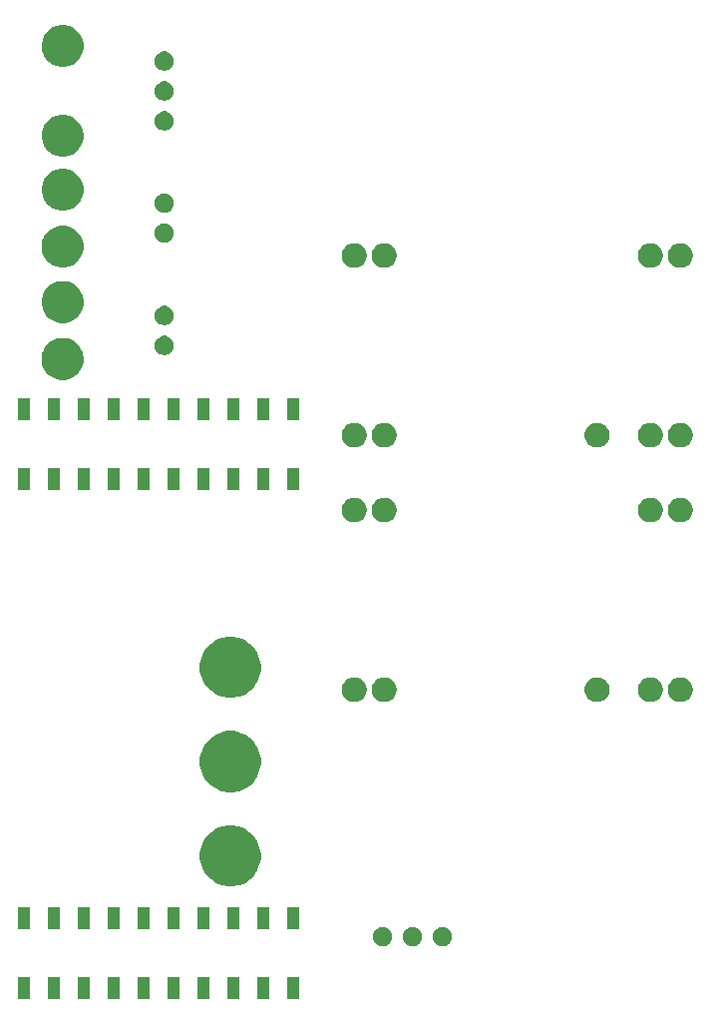
<source format=gbr>
G04 #@! TF.GenerationSoftware,KiCad,Pcbnew,(5.0.0)*
G04 #@! TF.CreationDate,2018-12-18T18:47:31-06:00*
G04 #@! TF.ProjectId,LightingBoard_Hardware,4C69676874696E67426F6172645F4861,rev?*
G04 #@! TF.SameCoordinates,Original*
G04 #@! TF.FileFunction,Soldermask,Bot*
G04 #@! TF.FilePolarity,Negative*
%FSLAX46Y46*%
G04 Gerber Fmt 4.6, Leading zero omitted, Abs format (unit mm)*
G04 Created by KiCad (PCBNEW (5.0.0)) date 12/18/18 18:47:31*
%MOMM*%
%LPD*%
G01*
G04 APERTURE LIST*
%ADD10C,0.100000*%
G04 APERTURE END LIST*
D10*
G36*
X103314301Y-124916401D02*
X102221701Y-124916401D01*
X102221701Y-123036401D01*
X103314301Y-123036401D01*
X103314301Y-124916401D01*
X103314301Y-124916401D01*
G37*
G36*
X123634301Y-124916401D02*
X122541701Y-124916401D01*
X122541701Y-123036401D01*
X123634301Y-123036401D01*
X123634301Y-124916401D01*
X123634301Y-124916401D01*
G37*
G36*
X126174301Y-124916401D02*
X125081701Y-124916401D01*
X125081701Y-123036401D01*
X126174301Y-123036401D01*
X126174301Y-124916401D01*
X126174301Y-124916401D01*
G37*
G36*
X121094301Y-124916401D02*
X120001701Y-124916401D01*
X120001701Y-123036401D01*
X121094301Y-123036401D01*
X121094301Y-124916401D01*
X121094301Y-124916401D01*
G37*
G36*
X118554301Y-124916401D02*
X117461701Y-124916401D01*
X117461701Y-123036401D01*
X118554301Y-123036401D01*
X118554301Y-124916401D01*
X118554301Y-124916401D01*
G37*
G36*
X116014301Y-124916401D02*
X114921701Y-124916401D01*
X114921701Y-123036401D01*
X116014301Y-123036401D01*
X116014301Y-124916401D01*
X116014301Y-124916401D01*
G37*
G36*
X113474301Y-124916401D02*
X112381701Y-124916401D01*
X112381701Y-123036401D01*
X113474301Y-123036401D01*
X113474301Y-124916401D01*
X113474301Y-124916401D01*
G37*
G36*
X110934301Y-124916401D02*
X109841701Y-124916401D01*
X109841701Y-123036401D01*
X110934301Y-123036401D01*
X110934301Y-124916401D01*
X110934301Y-124916401D01*
G37*
G36*
X108394301Y-124916401D02*
X107301701Y-124916401D01*
X107301701Y-123036401D01*
X108394301Y-123036401D01*
X108394301Y-124916401D01*
X108394301Y-124916401D01*
G37*
G36*
X105854301Y-124916401D02*
X104761701Y-124916401D01*
X104761701Y-123036401D01*
X105854301Y-123036401D01*
X105854301Y-124916401D01*
X105854301Y-124916401D01*
G37*
G36*
X136000142Y-118852242D02*
X136148102Y-118913530D01*
X136281258Y-119002502D01*
X136394498Y-119115742D01*
X136483470Y-119248898D01*
X136544758Y-119396858D01*
X136576000Y-119553925D01*
X136576000Y-119714075D01*
X136544758Y-119871142D01*
X136483470Y-120019102D01*
X136394498Y-120152258D01*
X136281258Y-120265498D01*
X136148102Y-120354470D01*
X136000142Y-120415758D01*
X135843075Y-120447000D01*
X135682925Y-120447000D01*
X135525858Y-120415758D01*
X135377898Y-120354470D01*
X135244742Y-120265498D01*
X135131502Y-120152258D01*
X135042530Y-120019102D01*
X134981242Y-119871142D01*
X134950000Y-119714075D01*
X134950000Y-119553925D01*
X134981242Y-119396858D01*
X135042530Y-119248898D01*
X135131502Y-119115742D01*
X135244742Y-119002502D01*
X135377898Y-118913530D01*
X135525858Y-118852242D01*
X135682925Y-118821000D01*
X135843075Y-118821000D01*
X136000142Y-118852242D01*
X136000142Y-118852242D01*
G37*
G36*
X138540142Y-118852242D02*
X138688102Y-118913530D01*
X138821258Y-119002502D01*
X138934498Y-119115742D01*
X139023470Y-119248898D01*
X139084758Y-119396858D01*
X139116000Y-119553925D01*
X139116000Y-119714075D01*
X139084758Y-119871142D01*
X139023470Y-120019102D01*
X138934498Y-120152258D01*
X138821258Y-120265498D01*
X138688102Y-120354470D01*
X138540142Y-120415758D01*
X138383075Y-120447000D01*
X138222925Y-120447000D01*
X138065858Y-120415758D01*
X137917898Y-120354470D01*
X137784742Y-120265498D01*
X137671502Y-120152258D01*
X137582530Y-120019102D01*
X137521242Y-119871142D01*
X137490000Y-119714075D01*
X137490000Y-119553925D01*
X137521242Y-119396858D01*
X137582530Y-119248898D01*
X137671502Y-119115742D01*
X137784742Y-119002502D01*
X137917898Y-118913530D01*
X138065858Y-118852242D01*
X138222925Y-118821000D01*
X138383075Y-118821000D01*
X138540142Y-118852242D01*
X138540142Y-118852242D01*
G37*
G36*
X133460142Y-118852242D02*
X133608102Y-118913530D01*
X133741258Y-119002502D01*
X133854498Y-119115742D01*
X133943470Y-119248898D01*
X134004758Y-119396858D01*
X134036000Y-119553925D01*
X134036000Y-119714075D01*
X134004758Y-119871142D01*
X133943470Y-120019102D01*
X133854498Y-120152258D01*
X133741258Y-120265498D01*
X133608102Y-120354470D01*
X133460142Y-120415758D01*
X133303075Y-120447000D01*
X133142925Y-120447000D01*
X132985858Y-120415758D01*
X132837898Y-120354470D01*
X132704742Y-120265498D01*
X132591502Y-120152258D01*
X132502530Y-120019102D01*
X132441242Y-119871142D01*
X132410000Y-119714075D01*
X132410000Y-119553925D01*
X132441242Y-119396858D01*
X132502530Y-119248898D01*
X132591502Y-119115742D01*
X132704742Y-119002502D01*
X132837898Y-118913530D01*
X132985858Y-118852242D01*
X133142925Y-118821000D01*
X133303075Y-118821000D01*
X133460142Y-118852242D01*
X133460142Y-118852242D01*
G37*
G36*
X121094301Y-119023601D02*
X120001701Y-119023601D01*
X120001701Y-117143601D01*
X121094301Y-117143601D01*
X121094301Y-119023601D01*
X121094301Y-119023601D01*
G37*
G36*
X126174301Y-119023601D02*
X125081701Y-119023601D01*
X125081701Y-117143601D01*
X126174301Y-117143601D01*
X126174301Y-119023601D01*
X126174301Y-119023601D01*
G37*
G36*
X123634301Y-119023601D02*
X122541701Y-119023601D01*
X122541701Y-117143601D01*
X123634301Y-117143601D01*
X123634301Y-119023601D01*
X123634301Y-119023601D01*
G37*
G36*
X118554301Y-119023601D02*
X117461701Y-119023601D01*
X117461701Y-117143601D01*
X118554301Y-117143601D01*
X118554301Y-119023601D01*
X118554301Y-119023601D01*
G37*
G36*
X116014301Y-119023601D02*
X114921701Y-119023601D01*
X114921701Y-117143601D01*
X116014301Y-117143601D01*
X116014301Y-119023601D01*
X116014301Y-119023601D01*
G37*
G36*
X110934301Y-119023601D02*
X109841701Y-119023601D01*
X109841701Y-117143601D01*
X110934301Y-117143601D01*
X110934301Y-119023601D01*
X110934301Y-119023601D01*
G37*
G36*
X103314301Y-119023601D02*
X102221701Y-119023601D01*
X102221701Y-117143601D01*
X103314301Y-117143601D01*
X103314301Y-119023601D01*
X103314301Y-119023601D01*
G37*
G36*
X108394301Y-119023601D02*
X107301701Y-119023601D01*
X107301701Y-117143601D01*
X108394301Y-117143601D01*
X108394301Y-119023601D01*
X108394301Y-119023601D01*
G37*
G36*
X105854301Y-119023601D02*
X104761701Y-119023601D01*
X104761701Y-117143601D01*
X105854301Y-117143601D01*
X105854301Y-119023601D01*
X105854301Y-119023601D01*
G37*
G36*
X113474301Y-119023601D02*
X112381701Y-119023601D01*
X112381701Y-117143601D01*
X113474301Y-117143601D01*
X113474301Y-119023601D01*
X113474301Y-119023601D01*
G37*
G36*
X120883308Y-110250380D02*
X121050167Y-110283570D01*
X121521699Y-110478885D01*
X121943203Y-110760526D01*
X121946069Y-110762441D01*
X122306959Y-111123331D01*
X122306961Y-111123334D01*
X122590515Y-111547701D01*
X122785830Y-112019233D01*
X122885400Y-112519809D01*
X122885400Y-113030191D01*
X122785830Y-113530767D01*
X122590515Y-114002299D01*
X122308874Y-114423803D01*
X122306959Y-114426669D01*
X121946069Y-114787559D01*
X121946066Y-114787561D01*
X121521699Y-115071115D01*
X121050167Y-115266430D01*
X120883308Y-115299620D01*
X120549593Y-115366000D01*
X120039207Y-115366000D01*
X119705492Y-115299620D01*
X119538633Y-115266430D01*
X119067101Y-115071115D01*
X118642734Y-114787561D01*
X118642731Y-114787559D01*
X118281841Y-114426669D01*
X118279926Y-114423803D01*
X117998285Y-114002299D01*
X117802970Y-113530767D01*
X117703400Y-113030191D01*
X117703400Y-112519809D01*
X117802970Y-112019233D01*
X117998285Y-111547701D01*
X118281839Y-111123334D01*
X118281841Y-111123331D01*
X118642731Y-110762441D01*
X118645597Y-110760526D01*
X119067101Y-110478885D01*
X119538633Y-110283570D01*
X119705492Y-110250380D01*
X120039207Y-110184000D01*
X120549593Y-110184000D01*
X120883308Y-110250380D01*
X120883308Y-110250380D01*
G37*
G36*
X120883308Y-102251380D02*
X121050167Y-102284570D01*
X121521699Y-102479885D01*
X121943203Y-102761526D01*
X121946069Y-102763441D01*
X122306959Y-103124331D01*
X122306961Y-103124334D01*
X122590515Y-103548701D01*
X122785830Y-104020233D01*
X122885400Y-104520809D01*
X122885400Y-105031191D01*
X122785830Y-105531767D01*
X122590515Y-106003299D01*
X122308874Y-106424803D01*
X122306959Y-106427669D01*
X121946069Y-106788559D01*
X121946066Y-106788561D01*
X121521699Y-107072115D01*
X121050167Y-107267430D01*
X120883308Y-107300620D01*
X120549593Y-107367000D01*
X120039207Y-107367000D01*
X119705492Y-107300620D01*
X119538633Y-107267430D01*
X119067101Y-107072115D01*
X118642734Y-106788561D01*
X118642731Y-106788559D01*
X118281841Y-106427669D01*
X118279926Y-106424803D01*
X117998285Y-106003299D01*
X117802970Y-105531767D01*
X117703400Y-105031191D01*
X117703400Y-104520809D01*
X117802970Y-104020233D01*
X117998285Y-103548701D01*
X118281839Y-103124334D01*
X118281841Y-103124331D01*
X118642731Y-102763441D01*
X118645597Y-102761526D01*
X119067101Y-102479885D01*
X119538633Y-102284570D01*
X119705492Y-102251380D01*
X120039207Y-102185000D01*
X120549593Y-102185000D01*
X120883308Y-102251380D01*
X120883308Y-102251380D01*
G37*
G36*
X151722565Y-97668389D02*
X151913834Y-97747615D01*
X152085976Y-97862637D01*
X152232363Y-98009024D01*
X152347385Y-98181166D01*
X152426611Y-98372435D01*
X152467000Y-98575484D01*
X152467000Y-98782516D01*
X152426611Y-98985565D01*
X152347385Y-99176834D01*
X152232363Y-99348976D01*
X152085976Y-99495363D01*
X151913834Y-99610385D01*
X151722565Y-99689611D01*
X151519516Y-99730000D01*
X151312484Y-99730000D01*
X151109435Y-99689611D01*
X150918166Y-99610385D01*
X150746024Y-99495363D01*
X150599637Y-99348976D01*
X150484615Y-99176834D01*
X150405389Y-98985565D01*
X150365000Y-98782516D01*
X150365000Y-98575484D01*
X150405389Y-98372435D01*
X150484615Y-98181166D01*
X150599637Y-98009024D01*
X150746024Y-97862637D01*
X150918166Y-97747615D01*
X151109435Y-97668389D01*
X151312484Y-97628000D01*
X151519516Y-97628000D01*
X151722565Y-97668389D01*
X151722565Y-97668389D01*
G37*
G36*
X133656565Y-97668389D02*
X133847834Y-97747615D01*
X134019976Y-97862637D01*
X134166363Y-98009024D01*
X134281385Y-98181166D01*
X134360611Y-98372435D01*
X134401000Y-98575484D01*
X134401000Y-98782516D01*
X134360611Y-98985565D01*
X134281385Y-99176834D01*
X134166363Y-99348976D01*
X134019976Y-99495363D01*
X133847834Y-99610385D01*
X133656565Y-99689611D01*
X133453516Y-99730000D01*
X133246484Y-99730000D01*
X133043435Y-99689611D01*
X132852166Y-99610385D01*
X132680024Y-99495363D01*
X132533637Y-99348976D01*
X132418615Y-99176834D01*
X132339389Y-98985565D01*
X132299000Y-98782516D01*
X132299000Y-98575484D01*
X132339389Y-98372435D01*
X132418615Y-98181166D01*
X132533637Y-98009024D01*
X132680024Y-97862637D01*
X132852166Y-97747615D01*
X133043435Y-97668389D01*
X133246484Y-97628000D01*
X133453516Y-97628000D01*
X133656565Y-97668389D01*
X133656565Y-97668389D01*
G37*
G36*
X131116565Y-97668389D02*
X131307834Y-97747615D01*
X131479976Y-97862637D01*
X131626363Y-98009024D01*
X131741385Y-98181166D01*
X131820611Y-98372435D01*
X131861000Y-98575484D01*
X131861000Y-98782516D01*
X131820611Y-98985565D01*
X131741385Y-99176834D01*
X131626363Y-99348976D01*
X131479976Y-99495363D01*
X131307834Y-99610385D01*
X131116565Y-99689611D01*
X130913516Y-99730000D01*
X130706484Y-99730000D01*
X130503435Y-99689611D01*
X130312166Y-99610385D01*
X130140024Y-99495363D01*
X129993637Y-99348976D01*
X129878615Y-99176834D01*
X129799389Y-98985565D01*
X129759000Y-98782516D01*
X129759000Y-98575484D01*
X129799389Y-98372435D01*
X129878615Y-98181166D01*
X129993637Y-98009024D01*
X130140024Y-97862637D01*
X130312166Y-97747615D01*
X130503435Y-97668389D01*
X130706484Y-97628000D01*
X130913516Y-97628000D01*
X131116565Y-97668389D01*
X131116565Y-97668389D01*
G37*
G36*
X156262565Y-97668389D02*
X156453834Y-97747615D01*
X156625976Y-97862637D01*
X156772363Y-98009024D01*
X156887385Y-98181166D01*
X156966611Y-98372435D01*
X157007000Y-98575484D01*
X157007000Y-98782516D01*
X156966611Y-98985565D01*
X156887385Y-99176834D01*
X156772363Y-99348976D01*
X156625976Y-99495363D01*
X156453834Y-99610385D01*
X156262565Y-99689611D01*
X156059516Y-99730000D01*
X155852484Y-99730000D01*
X155649435Y-99689611D01*
X155458166Y-99610385D01*
X155286024Y-99495363D01*
X155139637Y-99348976D01*
X155024615Y-99176834D01*
X154945389Y-98985565D01*
X154905000Y-98782516D01*
X154905000Y-98575484D01*
X154945389Y-98372435D01*
X155024615Y-98181166D01*
X155139637Y-98009024D01*
X155286024Y-97862637D01*
X155458166Y-97747615D01*
X155649435Y-97668389D01*
X155852484Y-97628000D01*
X156059516Y-97628000D01*
X156262565Y-97668389D01*
X156262565Y-97668389D01*
G37*
G36*
X158802565Y-97668389D02*
X158993834Y-97747615D01*
X159165976Y-97862637D01*
X159312363Y-98009024D01*
X159427385Y-98181166D01*
X159506611Y-98372435D01*
X159547000Y-98575484D01*
X159547000Y-98782516D01*
X159506611Y-98985565D01*
X159427385Y-99176834D01*
X159312363Y-99348976D01*
X159165976Y-99495363D01*
X158993834Y-99610385D01*
X158802565Y-99689611D01*
X158599516Y-99730000D01*
X158392484Y-99730000D01*
X158189435Y-99689611D01*
X157998166Y-99610385D01*
X157826024Y-99495363D01*
X157679637Y-99348976D01*
X157564615Y-99176834D01*
X157485389Y-98985565D01*
X157445000Y-98782516D01*
X157445000Y-98575484D01*
X157485389Y-98372435D01*
X157564615Y-98181166D01*
X157679637Y-98009024D01*
X157826024Y-97862637D01*
X157998166Y-97747615D01*
X158189435Y-97668389D01*
X158392484Y-97628000D01*
X158599516Y-97628000D01*
X158802565Y-97668389D01*
X158802565Y-97668389D01*
G37*
G36*
X120883308Y-94250380D02*
X121050167Y-94283570D01*
X121521699Y-94478885D01*
X121943203Y-94760526D01*
X121946069Y-94762441D01*
X122306959Y-95123331D01*
X122306961Y-95123334D01*
X122590515Y-95547701D01*
X122785830Y-96019233D01*
X122885400Y-96519809D01*
X122885400Y-97030191D01*
X122785830Y-97530767D01*
X122590515Y-98002299D01*
X122586021Y-98009024D01*
X122306959Y-98426669D01*
X121946069Y-98787559D01*
X121946066Y-98787561D01*
X121521699Y-99071115D01*
X121050167Y-99266430D01*
X120883308Y-99299620D01*
X120549593Y-99366000D01*
X120039207Y-99366000D01*
X119705492Y-99299620D01*
X119538633Y-99266430D01*
X119067101Y-99071115D01*
X118642734Y-98787561D01*
X118642731Y-98787559D01*
X118281841Y-98426669D01*
X118002779Y-98009024D01*
X117998285Y-98002299D01*
X117802970Y-97530767D01*
X117703400Y-97030191D01*
X117703400Y-96519809D01*
X117802970Y-96019233D01*
X117998285Y-95547701D01*
X118281839Y-95123334D01*
X118281841Y-95123331D01*
X118642731Y-94762441D01*
X118645597Y-94760526D01*
X119067101Y-94478885D01*
X119538633Y-94283570D01*
X119705492Y-94250380D01*
X120039207Y-94184000D01*
X120549593Y-94184000D01*
X120883308Y-94250380D01*
X120883308Y-94250380D01*
G37*
G36*
X131116565Y-82428389D02*
X131307834Y-82507615D01*
X131479976Y-82622637D01*
X131626363Y-82769024D01*
X131741385Y-82941166D01*
X131820611Y-83132435D01*
X131861000Y-83335484D01*
X131861000Y-83542516D01*
X131820611Y-83745565D01*
X131741385Y-83936834D01*
X131626363Y-84108976D01*
X131479976Y-84255363D01*
X131307834Y-84370385D01*
X131116565Y-84449611D01*
X130913516Y-84490000D01*
X130706484Y-84490000D01*
X130503435Y-84449611D01*
X130312166Y-84370385D01*
X130140024Y-84255363D01*
X129993637Y-84108976D01*
X129878615Y-83936834D01*
X129799389Y-83745565D01*
X129759000Y-83542516D01*
X129759000Y-83335484D01*
X129799389Y-83132435D01*
X129878615Y-82941166D01*
X129993637Y-82769024D01*
X130140024Y-82622637D01*
X130312166Y-82507615D01*
X130503435Y-82428389D01*
X130706484Y-82388000D01*
X130913516Y-82388000D01*
X131116565Y-82428389D01*
X131116565Y-82428389D01*
G37*
G36*
X133656565Y-82428389D02*
X133847834Y-82507615D01*
X134019976Y-82622637D01*
X134166363Y-82769024D01*
X134281385Y-82941166D01*
X134360611Y-83132435D01*
X134401000Y-83335484D01*
X134401000Y-83542516D01*
X134360611Y-83745565D01*
X134281385Y-83936834D01*
X134166363Y-84108976D01*
X134019976Y-84255363D01*
X133847834Y-84370385D01*
X133656565Y-84449611D01*
X133453516Y-84490000D01*
X133246484Y-84490000D01*
X133043435Y-84449611D01*
X132852166Y-84370385D01*
X132680024Y-84255363D01*
X132533637Y-84108976D01*
X132418615Y-83936834D01*
X132339389Y-83745565D01*
X132299000Y-83542516D01*
X132299000Y-83335484D01*
X132339389Y-83132435D01*
X132418615Y-82941166D01*
X132533637Y-82769024D01*
X132680024Y-82622637D01*
X132852166Y-82507615D01*
X133043435Y-82428389D01*
X133246484Y-82388000D01*
X133453516Y-82388000D01*
X133656565Y-82428389D01*
X133656565Y-82428389D01*
G37*
G36*
X156262565Y-82428389D02*
X156453834Y-82507615D01*
X156625976Y-82622637D01*
X156772363Y-82769024D01*
X156887385Y-82941166D01*
X156966611Y-83132435D01*
X157007000Y-83335484D01*
X157007000Y-83542516D01*
X156966611Y-83745565D01*
X156887385Y-83936834D01*
X156772363Y-84108976D01*
X156625976Y-84255363D01*
X156453834Y-84370385D01*
X156262565Y-84449611D01*
X156059516Y-84490000D01*
X155852484Y-84490000D01*
X155649435Y-84449611D01*
X155458166Y-84370385D01*
X155286024Y-84255363D01*
X155139637Y-84108976D01*
X155024615Y-83936834D01*
X154945389Y-83745565D01*
X154905000Y-83542516D01*
X154905000Y-83335484D01*
X154945389Y-83132435D01*
X155024615Y-82941166D01*
X155139637Y-82769024D01*
X155286024Y-82622637D01*
X155458166Y-82507615D01*
X155649435Y-82428389D01*
X155852484Y-82388000D01*
X156059516Y-82388000D01*
X156262565Y-82428389D01*
X156262565Y-82428389D01*
G37*
G36*
X158802565Y-82428389D02*
X158993834Y-82507615D01*
X159165976Y-82622637D01*
X159312363Y-82769024D01*
X159427385Y-82941166D01*
X159506611Y-83132435D01*
X159547000Y-83335484D01*
X159547000Y-83542516D01*
X159506611Y-83745565D01*
X159427385Y-83936834D01*
X159312363Y-84108976D01*
X159165976Y-84255363D01*
X158993834Y-84370385D01*
X158802565Y-84449611D01*
X158599516Y-84490000D01*
X158392484Y-84490000D01*
X158189435Y-84449611D01*
X157998166Y-84370385D01*
X157826024Y-84255363D01*
X157679637Y-84108976D01*
X157564615Y-83936834D01*
X157485389Y-83745565D01*
X157445000Y-83542516D01*
X157445000Y-83335484D01*
X157485389Y-83132435D01*
X157564615Y-82941166D01*
X157679637Y-82769024D01*
X157826024Y-82622637D01*
X157998166Y-82507615D01*
X158189435Y-82428389D01*
X158392484Y-82388000D01*
X158599516Y-82388000D01*
X158802565Y-82428389D01*
X158802565Y-82428389D01*
G37*
G36*
X116014301Y-81736401D02*
X114921701Y-81736401D01*
X114921701Y-79856401D01*
X116014301Y-79856401D01*
X116014301Y-81736401D01*
X116014301Y-81736401D01*
G37*
G36*
X113474301Y-81736401D02*
X112381701Y-81736401D01*
X112381701Y-79856401D01*
X113474301Y-79856401D01*
X113474301Y-81736401D01*
X113474301Y-81736401D01*
G37*
G36*
X108394301Y-81736401D02*
X107301701Y-81736401D01*
X107301701Y-79856401D01*
X108394301Y-79856401D01*
X108394301Y-81736401D01*
X108394301Y-81736401D01*
G37*
G36*
X126174301Y-81736401D02*
X125081701Y-81736401D01*
X125081701Y-79856401D01*
X126174301Y-79856401D01*
X126174301Y-81736401D01*
X126174301Y-81736401D01*
G37*
G36*
X105854301Y-81736401D02*
X104761701Y-81736401D01*
X104761701Y-79856401D01*
X105854301Y-79856401D01*
X105854301Y-81736401D01*
X105854301Y-81736401D01*
G37*
G36*
X118554301Y-81736401D02*
X117461701Y-81736401D01*
X117461701Y-79856401D01*
X118554301Y-79856401D01*
X118554301Y-81736401D01*
X118554301Y-81736401D01*
G37*
G36*
X123634301Y-81736401D02*
X122541701Y-81736401D01*
X122541701Y-79856401D01*
X123634301Y-79856401D01*
X123634301Y-81736401D01*
X123634301Y-81736401D01*
G37*
G36*
X121094301Y-81736401D02*
X120001701Y-81736401D01*
X120001701Y-79856401D01*
X121094301Y-79856401D01*
X121094301Y-81736401D01*
X121094301Y-81736401D01*
G37*
G36*
X110934301Y-81736401D02*
X109841701Y-81736401D01*
X109841701Y-79856401D01*
X110934301Y-79856401D01*
X110934301Y-81736401D01*
X110934301Y-81736401D01*
G37*
G36*
X103314301Y-81736401D02*
X102221701Y-81736401D01*
X102221701Y-79856401D01*
X103314301Y-79856401D01*
X103314301Y-81736401D01*
X103314301Y-81736401D01*
G37*
G36*
X151722565Y-76078389D02*
X151913834Y-76157615D01*
X152085976Y-76272637D01*
X152232363Y-76419024D01*
X152347385Y-76591166D01*
X152426611Y-76782435D01*
X152467000Y-76985484D01*
X152467000Y-77192516D01*
X152426611Y-77395565D01*
X152347385Y-77586834D01*
X152232363Y-77758976D01*
X152085976Y-77905363D01*
X151913834Y-78020385D01*
X151722565Y-78099611D01*
X151519516Y-78140000D01*
X151312484Y-78140000D01*
X151109435Y-78099611D01*
X150918166Y-78020385D01*
X150746024Y-77905363D01*
X150599637Y-77758976D01*
X150484615Y-77586834D01*
X150405389Y-77395565D01*
X150365000Y-77192516D01*
X150365000Y-76985484D01*
X150405389Y-76782435D01*
X150484615Y-76591166D01*
X150599637Y-76419024D01*
X150746024Y-76272637D01*
X150918166Y-76157615D01*
X151109435Y-76078389D01*
X151312484Y-76038000D01*
X151519516Y-76038000D01*
X151722565Y-76078389D01*
X151722565Y-76078389D01*
G37*
G36*
X133656565Y-76078389D02*
X133847834Y-76157615D01*
X134019976Y-76272637D01*
X134166363Y-76419024D01*
X134281385Y-76591166D01*
X134360611Y-76782435D01*
X134401000Y-76985484D01*
X134401000Y-77192516D01*
X134360611Y-77395565D01*
X134281385Y-77586834D01*
X134166363Y-77758976D01*
X134019976Y-77905363D01*
X133847834Y-78020385D01*
X133656565Y-78099611D01*
X133453516Y-78140000D01*
X133246484Y-78140000D01*
X133043435Y-78099611D01*
X132852166Y-78020385D01*
X132680024Y-77905363D01*
X132533637Y-77758976D01*
X132418615Y-77586834D01*
X132339389Y-77395565D01*
X132299000Y-77192516D01*
X132299000Y-76985484D01*
X132339389Y-76782435D01*
X132418615Y-76591166D01*
X132533637Y-76419024D01*
X132680024Y-76272637D01*
X132852166Y-76157615D01*
X133043435Y-76078389D01*
X133246484Y-76038000D01*
X133453516Y-76038000D01*
X133656565Y-76078389D01*
X133656565Y-76078389D01*
G37*
G36*
X131116565Y-76078389D02*
X131307834Y-76157615D01*
X131479976Y-76272637D01*
X131626363Y-76419024D01*
X131741385Y-76591166D01*
X131820611Y-76782435D01*
X131861000Y-76985484D01*
X131861000Y-77192516D01*
X131820611Y-77395565D01*
X131741385Y-77586834D01*
X131626363Y-77758976D01*
X131479976Y-77905363D01*
X131307834Y-78020385D01*
X131116565Y-78099611D01*
X130913516Y-78140000D01*
X130706484Y-78140000D01*
X130503435Y-78099611D01*
X130312166Y-78020385D01*
X130140024Y-77905363D01*
X129993637Y-77758976D01*
X129878615Y-77586834D01*
X129799389Y-77395565D01*
X129759000Y-77192516D01*
X129759000Y-76985484D01*
X129799389Y-76782435D01*
X129878615Y-76591166D01*
X129993637Y-76419024D01*
X130140024Y-76272637D01*
X130312166Y-76157615D01*
X130503435Y-76078389D01*
X130706484Y-76038000D01*
X130913516Y-76038000D01*
X131116565Y-76078389D01*
X131116565Y-76078389D01*
G37*
G36*
X158802565Y-76078389D02*
X158993834Y-76157615D01*
X159165976Y-76272637D01*
X159312363Y-76419024D01*
X159427385Y-76591166D01*
X159506611Y-76782435D01*
X159547000Y-76985484D01*
X159547000Y-77192516D01*
X159506611Y-77395565D01*
X159427385Y-77586834D01*
X159312363Y-77758976D01*
X159165976Y-77905363D01*
X158993834Y-78020385D01*
X158802565Y-78099611D01*
X158599516Y-78140000D01*
X158392484Y-78140000D01*
X158189435Y-78099611D01*
X157998166Y-78020385D01*
X157826024Y-77905363D01*
X157679637Y-77758976D01*
X157564615Y-77586834D01*
X157485389Y-77395565D01*
X157445000Y-77192516D01*
X157445000Y-76985484D01*
X157485389Y-76782435D01*
X157564615Y-76591166D01*
X157679637Y-76419024D01*
X157826024Y-76272637D01*
X157998166Y-76157615D01*
X158189435Y-76078389D01*
X158392484Y-76038000D01*
X158599516Y-76038000D01*
X158802565Y-76078389D01*
X158802565Y-76078389D01*
G37*
G36*
X156262565Y-76078389D02*
X156453834Y-76157615D01*
X156625976Y-76272637D01*
X156772363Y-76419024D01*
X156887385Y-76591166D01*
X156966611Y-76782435D01*
X157007000Y-76985484D01*
X157007000Y-77192516D01*
X156966611Y-77395565D01*
X156887385Y-77586834D01*
X156772363Y-77758976D01*
X156625976Y-77905363D01*
X156453834Y-78020385D01*
X156262565Y-78099611D01*
X156059516Y-78140000D01*
X155852484Y-78140000D01*
X155649435Y-78099611D01*
X155458166Y-78020385D01*
X155286024Y-77905363D01*
X155139637Y-77758976D01*
X155024615Y-77586834D01*
X154945389Y-77395565D01*
X154905000Y-77192516D01*
X154905000Y-76985484D01*
X154945389Y-76782435D01*
X155024615Y-76591166D01*
X155139637Y-76419024D01*
X155286024Y-76272637D01*
X155458166Y-76157615D01*
X155649435Y-76078389D01*
X155852484Y-76038000D01*
X156059516Y-76038000D01*
X156262565Y-76078389D01*
X156262565Y-76078389D01*
G37*
G36*
X105854301Y-75843601D02*
X104761701Y-75843601D01*
X104761701Y-73963601D01*
X105854301Y-73963601D01*
X105854301Y-75843601D01*
X105854301Y-75843601D01*
G37*
G36*
X103314301Y-75843601D02*
X102221701Y-75843601D01*
X102221701Y-73963601D01*
X103314301Y-73963601D01*
X103314301Y-75843601D01*
X103314301Y-75843601D01*
G37*
G36*
X108394301Y-75843601D02*
X107301701Y-75843601D01*
X107301701Y-73963601D01*
X108394301Y-73963601D01*
X108394301Y-75843601D01*
X108394301Y-75843601D01*
G37*
G36*
X110934301Y-75843601D02*
X109841701Y-75843601D01*
X109841701Y-73963601D01*
X110934301Y-73963601D01*
X110934301Y-75843601D01*
X110934301Y-75843601D01*
G37*
G36*
X113474301Y-75843601D02*
X112381701Y-75843601D01*
X112381701Y-73963601D01*
X113474301Y-73963601D01*
X113474301Y-75843601D01*
X113474301Y-75843601D01*
G37*
G36*
X118554301Y-75843601D02*
X117461701Y-75843601D01*
X117461701Y-73963601D01*
X118554301Y-73963601D01*
X118554301Y-75843601D01*
X118554301Y-75843601D01*
G37*
G36*
X123634301Y-75843601D02*
X122541701Y-75843601D01*
X122541701Y-73963601D01*
X123634301Y-73963601D01*
X123634301Y-75843601D01*
X123634301Y-75843601D01*
G37*
G36*
X126174301Y-75843601D02*
X125081701Y-75843601D01*
X125081701Y-73963601D01*
X126174301Y-73963601D01*
X126174301Y-75843601D01*
X126174301Y-75843601D01*
G37*
G36*
X121094301Y-75843601D02*
X120001701Y-75843601D01*
X120001701Y-73963601D01*
X121094301Y-73963601D01*
X121094301Y-75843601D01*
X121094301Y-75843601D01*
G37*
G36*
X116014301Y-75843601D02*
X114921701Y-75843601D01*
X114921701Y-73963601D01*
X116014301Y-73963601D01*
X116014301Y-75843601D01*
X116014301Y-75843601D01*
G37*
G36*
X106559037Y-68906250D02*
X106559039Y-68906251D01*
X106559040Y-68906251D01*
X106882251Y-69040129D01*
X107169192Y-69231857D01*
X107173137Y-69234493D01*
X107420507Y-69481863D01*
X107420509Y-69481866D01*
X107614871Y-69772749D01*
X107648568Y-69854102D01*
X107748750Y-70095963D01*
X107785755Y-70282000D01*
X107817000Y-70439079D01*
X107817000Y-70788921D01*
X107748749Y-71132040D01*
X107614871Y-71455251D01*
X107614870Y-71455252D01*
X107420507Y-71746137D01*
X107173137Y-71993507D01*
X107173134Y-71993509D01*
X106882251Y-72187871D01*
X106559040Y-72321749D01*
X106559039Y-72321749D01*
X106559037Y-72321750D01*
X106215922Y-72390000D01*
X105866078Y-72390000D01*
X105522963Y-72321750D01*
X105522961Y-72321749D01*
X105522960Y-72321749D01*
X105199749Y-72187871D01*
X104908866Y-71993509D01*
X104908863Y-71993507D01*
X104661493Y-71746137D01*
X104467130Y-71455252D01*
X104467129Y-71455251D01*
X104333251Y-71132040D01*
X104265000Y-70788921D01*
X104265000Y-70439079D01*
X104296245Y-70282000D01*
X104333250Y-70095963D01*
X104433432Y-69854102D01*
X104467129Y-69772749D01*
X104661491Y-69481866D01*
X104661493Y-69481863D01*
X104908863Y-69234493D01*
X104912808Y-69231857D01*
X105199749Y-69040129D01*
X105522960Y-68906251D01*
X105522961Y-68906251D01*
X105522963Y-68906250D01*
X105866078Y-68838000D01*
X106215922Y-68838000D01*
X106559037Y-68906250D01*
X106559037Y-68906250D01*
G37*
G36*
X114918142Y-68687242D02*
X115066102Y-68748530D01*
X115199258Y-68837502D01*
X115312498Y-68950742D01*
X115401470Y-69083898D01*
X115462758Y-69231858D01*
X115494000Y-69388925D01*
X115494000Y-69549075D01*
X115462758Y-69706142D01*
X115401470Y-69854102D01*
X115312498Y-69987258D01*
X115199258Y-70100498D01*
X115066102Y-70189470D01*
X114918142Y-70250758D01*
X114761075Y-70282000D01*
X114600925Y-70282000D01*
X114443858Y-70250758D01*
X114295898Y-70189470D01*
X114162742Y-70100498D01*
X114049502Y-69987258D01*
X113960530Y-69854102D01*
X113899242Y-69706142D01*
X113868000Y-69549075D01*
X113868000Y-69388925D01*
X113899242Y-69231858D01*
X113960530Y-69083898D01*
X114049502Y-68950742D01*
X114162742Y-68837502D01*
X114295898Y-68748530D01*
X114443858Y-68687242D01*
X114600925Y-68656000D01*
X114761075Y-68656000D01*
X114918142Y-68687242D01*
X114918142Y-68687242D01*
G37*
G36*
X114918142Y-66147242D02*
X115066102Y-66208530D01*
X115199258Y-66297502D01*
X115312498Y-66410742D01*
X115401470Y-66543898D01*
X115462758Y-66691858D01*
X115494000Y-66848925D01*
X115494000Y-67009075D01*
X115462758Y-67166142D01*
X115415354Y-67280583D01*
X115401471Y-67314100D01*
X115312499Y-67447257D01*
X115199257Y-67560499D01*
X115133130Y-67604683D01*
X115066102Y-67649470D01*
X114918142Y-67710758D01*
X114761075Y-67742000D01*
X114600925Y-67742000D01*
X114443858Y-67710758D01*
X114295898Y-67649470D01*
X114228870Y-67604683D01*
X114162743Y-67560499D01*
X114049501Y-67447257D01*
X113960529Y-67314100D01*
X113946646Y-67280583D01*
X113899242Y-67166142D01*
X113868000Y-67009075D01*
X113868000Y-66848925D01*
X113899242Y-66691858D01*
X113960530Y-66543898D01*
X114049502Y-66410742D01*
X114162742Y-66297502D01*
X114295898Y-66208530D01*
X114443858Y-66147242D01*
X114600925Y-66116000D01*
X114761075Y-66116000D01*
X114918142Y-66147242D01*
X114918142Y-66147242D01*
G37*
G36*
X106563037Y-64078250D02*
X106563039Y-64078251D01*
X106563040Y-64078251D01*
X106886251Y-64212129D01*
X106886252Y-64212130D01*
X107177137Y-64406493D01*
X107424507Y-64653863D01*
X107424509Y-64653866D01*
X107618871Y-64944749D01*
X107752749Y-65267960D01*
X107752750Y-65267963D01*
X107821000Y-65611078D01*
X107821000Y-65960922D01*
X107754050Y-66297502D01*
X107752749Y-66304040D01*
X107618871Y-66627251D01*
X107575702Y-66691858D01*
X107424507Y-66918137D01*
X107177137Y-67165507D01*
X107177134Y-67165509D01*
X106886251Y-67359871D01*
X106563040Y-67493749D01*
X106563039Y-67493749D01*
X106563037Y-67493750D01*
X106219922Y-67562000D01*
X105870078Y-67562000D01*
X105526963Y-67493750D01*
X105526961Y-67493749D01*
X105526960Y-67493749D01*
X105203749Y-67359871D01*
X104912866Y-67165509D01*
X104912863Y-67165507D01*
X104665493Y-66918137D01*
X104514298Y-66691858D01*
X104471129Y-66627251D01*
X104337251Y-66304040D01*
X104335951Y-66297502D01*
X104269000Y-65960922D01*
X104269000Y-65611078D01*
X104337250Y-65267963D01*
X104337251Y-65267960D01*
X104471129Y-64944749D01*
X104665491Y-64653866D01*
X104665493Y-64653863D01*
X104912863Y-64406493D01*
X105203748Y-64212130D01*
X105203749Y-64212129D01*
X105526960Y-64078251D01*
X105526961Y-64078251D01*
X105526963Y-64078250D01*
X105870078Y-64010000D01*
X106219922Y-64010000D01*
X106563037Y-64078250D01*
X106563037Y-64078250D01*
G37*
G36*
X158802565Y-60838389D02*
X158993834Y-60917615D01*
X159165976Y-61032637D01*
X159312363Y-61179024D01*
X159427385Y-61351166D01*
X159506611Y-61542435D01*
X159547000Y-61745484D01*
X159547000Y-61952516D01*
X159506611Y-62155565D01*
X159427385Y-62346834D01*
X159312363Y-62518976D01*
X159165976Y-62665363D01*
X158993834Y-62780385D01*
X158802565Y-62859611D01*
X158599516Y-62900000D01*
X158392484Y-62900000D01*
X158189435Y-62859611D01*
X157998166Y-62780385D01*
X157826024Y-62665363D01*
X157679637Y-62518976D01*
X157564615Y-62346834D01*
X157485389Y-62155565D01*
X157445000Y-61952516D01*
X157445000Y-61745484D01*
X157485389Y-61542435D01*
X157564615Y-61351166D01*
X157679637Y-61179024D01*
X157826024Y-61032637D01*
X157998166Y-60917615D01*
X158189435Y-60838389D01*
X158392484Y-60798000D01*
X158599516Y-60798000D01*
X158802565Y-60838389D01*
X158802565Y-60838389D01*
G37*
G36*
X156262565Y-60838389D02*
X156453834Y-60917615D01*
X156625976Y-61032637D01*
X156772363Y-61179024D01*
X156887385Y-61351166D01*
X156966611Y-61542435D01*
X157007000Y-61745484D01*
X157007000Y-61952516D01*
X156966611Y-62155565D01*
X156887385Y-62346834D01*
X156772363Y-62518976D01*
X156625976Y-62665363D01*
X156453834Y-62780385D01*
X156262565Y-62859611D01*
X156059516Y-62900000D01*
X155852484Y-62900000D01*
X155649435Y-62859611D01*
X155458166Y-62780385D01*
X155286024Y-62665363D01*
X155139637Y-62518976D01*
X155024615Y-62346834D01*
X154945389Y-62155565D01*
X154905000Y-61952516D01*
X154905000Y-61745484D01*
X154945389Y-61542435D01*
X155024615Y-61351166D01*
X155139637Y-61179024D01*
X155286024Y-61032637D01*
X155458166Y-60917615D01*
X155649435Y-60838389D01*
X155852484Y-60798000D01*
X156059516Y-60798000D01*
X156262565Y-60838389D01*
X156262565Y-60838389D01*
G37*
G36*
X131116565Y-60838389D02*
X131307834Y-60917615D01*
X131479976Y-61032637D01*
X131626363Y-61179024D01*
X131741385Y-61351166D01*
X131820611Y-61542435D01*
X131861000Y-61745484D01*
X131861000Y-61952516D01*
X131820611Y-62155565D01*
X131741385Y-62346834D01*
X131626363Y-62518976D01*
X131479976Y-62665363D01*
X131307834Y-62780385D01*
X131116565Y-62859611D01*
X130913516Y-62900000D01*
X130706484Y-62900000D01*
X130503435Y-62859611D01*
X130312166Y-62780385D01*
X130140024Y-62665363D01*
X129993637Y-62518976D01*
X129878615Y-62346834D01*
X129799389Y-62155565D01*
X129759000Y-61952516D01*
X129759000Y-61745484D01*
X129799389Y-61542435D01*
X129878615Y-61351166D01*
X129993637Y-61179024D01*
X130140024Y-61032637D01*
X130312166Y-60917615D01*
X130503435Y-60838389D01*
X130706484Y-60798000D01*
X130913516Y-60798000D01*
X131116565Y-60838389D01*
X131116565Y-60838389D01*
G37*
G36*
X133656565Y-60838389D02*
X133847834Y-60917615D01*
X134019976Y-61032637D01*
X134166363Y-61179024D01*
X134281385Y-61351166D01*
X134360611Y-61542435D01*
X134401000Y-61745484D01*
X134401000Y-61952516D01*
X134360611Y-62155565D01*
X134281385Y-62346834D01*
X134166363Y-62518976D01*
X134019976Y-62665363D01*
X133847834Y-62780385D01*
X133656565Y-62859611D01*
X133453516Y-62900000D01*
X133246484Y-62900000D01*
X133043435Y-62859611D01*
X132852166Y-62780385D01*
X132680024Y-62665363D01*
X132533637Y-62518976D01*
X132418615Y-62346834D01*
X132339389Y-62155565D01*
X132299000Y-61952516D01*
X132299000Y-61745484D01*
X132339389Y-61542435D01*
X132418615Y-61351166D01*
X132533637Y-61179024D01*
X132680024Y-61032637D01*
X132852166Y-60917615D01*
X133043435Y-60838389D01*
X133246484Y-60798000D01*
X133453516Y-60798000D01*
X133656565Y-60838389D01*
X133656565Y-60838389D01*
G37*
G36*
X106559037Y-59381250D02*
X106559039Y-59381251D01*
X106559040Y-59381251D01*
X106882251Y-59515129D01*
X107169192Y-59706857D01*
X107173137Y-59709493D01*
X107420507Y-59956863D01*
X107420509Y-59956866D01*
X107614871Y-60247749D01*
X107648568Y-60329102D01*
X107748750Y-60570963D01*
X107817000Y-60914078D01*
X107817000Y-61263921D01*
X107748749Y-61607040D01*
X107614871Y-61930251D01*
X107614870Y-61930252D01*
X107420507Y-62221137D01*
X107173137Y-62468507D01*
X107173134Y-62468509D01*
X106882251Y-62662871D01*
X106559040Y-62796749D01*
X106559039Y-62796749D01*
X106559037Y-62796750D01*
X106215922Y-62865000D01*
X105866078Y-62865000D01*
X105522963Y-62796750D01*
X105522961Y-62796749D01*
X105522960Y-62796749D01*
X105199749Y-62662871D01*
X104908866Y-62468509D01*
X104908863Y-62468507D01*
X104661493Y-62221137D01*
X104467130Y-61930252D01*
X104467129Y-61930251D01*
X104333251Y-61607040D01*
X104265000Y-61263921D01*
X104265000Y-60914078D01*
X104333250Y-60570963D01*
X104433432Y-60329102D01*
X104467129Y-60247749D01*
X104661491Y-59956866D01*
X104661493Y-59956863D01*
X104908863Y-59709493D01*
X104912808Y-59706857D01*
X105199749Y-59515129D01*
X105522960Y-59381251D01*
X105522961Y-59381251D01*
X105522963Y-59381250D01*
X105866078Y-59313000D01*
X106215922Y-59313000D01*
X106559037Y-59381250D01*
X106559037Y-59381250D01*
G37*
G36*
X114918142Y-59162242D02*
X115066102Y-59223530D01*
X115199258Y-59312502D01*
X115312498Y-59425742D01*
X115401470Y-59558898D01*
X115462758Y-59706858D01*
X115494000Y-59863925D01*
X115494000Y-60024075D01*
X115462758Y-60181142D01*
X115401470Y-60329102D01*
X115312498Y-60462258D01*
X115199258Y-60575498D01*
X115066102Y-60664470D01*
X114918142Y-60725758D01*
X114761075Y-60757000D01*
X114600925Y-60757000D01*
X114443858Y-60725758D01*
X114295898Y-60664470D01*
X114162742Y-60575498D01*
X114049502Y-60462258D01*
X113960530Y-60329102D01*
X113899242Y-60181142D01*
X113868000Y-60024075D01*
X113868000Y-59863925D01*
X113899242Y-59706858D01*
X113960530Y-59558898D01*
X114049502Y-59425742D01*
X114162742Y-59312502D01*
X114295898Y-59223530D01*
X114443858Y-59162242D01*
X114600925Y-59131000D01*
X114761075Y-59131000D01*
X114918142Y-59162242D01*
X114918142Y-59162242D01*
G37*
G36*
X114918142Y-56622242D02*
X115066102Y-56683530D01*
X115199258Y-56772502D01*
X115312498Y-56885742D01*
X115401470Y-57018898D01*
X115462758Y-57166858D01*
X115494000Y-57323925D01*
X115494000Y-57484075D01*
X115462758Y-57641142D01*
X115415354Y-57755583D01*
X115401471Y-57789100D01*
X115312499Y-57922257D01*
X115199257Y-58035499D01*
X115133130Y-58079683D01*
X115066102Y-58124470D01*
X114918142Y-58185758D01*
X114761075Y-58217000D01*
X114600925Y-58217000D01*
X114443858Y-58185758D01*
X114295898Y-58124470D01*
X114228870Y-58079683D01*
X114162743Y-58035499D01*
X114049501Y-57922257D01*
X113960529Y-57789100D01*
X113946646Y-57755583D01*
X113899242Y-57641142D01*
X113868000Y-57484075D01*
X113868000Y-57323925D01*
X113899242Y-57166858D01*
X113960530Y-57018898D01*
X114049502Y-56885742D01*
X114162742Y-56772502D01*
X114295898Y-56683530D01*
X114443858Y-56622242D01*
X114600925Y-56591000D01*
X114761075Y-56591000D01*
X114918142Y-56622242D01*
X114918142Y-56622242D01*
G37*
G36*
X106563037Y-54553250D02*
X106563039Y-54553251D01*
X106563040Y-54553251D01*
X106886251Y-54687129D01*
X106886252Y-54687130D01*
X107177137Y-54881493D01*
X107424507Y-55128863D01*
X107424509Y-55128866D01*
X107618871Y-55419749D01*
X107752749Y-55742960D01*
X107752750Y-55742963D01*
X107821000Y-56086078D01*
X107821000Y-56435922D01*
X107754050Y-56772502D01*
X107752749Y-56779040D01*
X107618871Y-57102251D01*
X107575702Y-57166858D01*
X107424507Y-57393137D01*
X107177137Y-57640507D01*
X107177134Y-57640509D01*
X106886251Y-57834871D01*
X106563040Y-57968749D01*
X106563039Y-57968749D01*
X106563037Y-57968750D01*
X106219922Y-58037000D01*
X105870078Y-58037000D01*
X105526963Y-57968750D01*
X105526961Y-57968749D01*
X105526960Y-57968749D01*
X105203749Y-57834871D01*
X104912866Y-57640509D01*
X104912863Y-57640507D01*
X104665493Y-57393137D01*
X104514298Y-57166858D01*
X104471129Y-57102251D01*
X104337251Y-56779040D01*
X104335951Y-56772502D01*
X104269000Y-56435922D01*
X104269000Y-56086078D01*
X104337250Y-55742963D01*
X104337251Y-55742960D01*
X104471129Y-55419749D01*
X104665491Y-55128866D01*
X104665493Y-55128863D01*
X104912863Y-54881493D01*
X105203748Y-54687130D01*
X105203749Y-54687129D01*
X105526960Y-54553251D01*
X105526961Y-54553251D01*
X105526963Y-54553250D01*
X105870078Y-54485000D01*
X106219922Y-54485000D01*
X106563037Y-54553250D01*
X106563037Y-54553250D01*
G37*
G36*
X106563037Y-49981250D02*
X106563039Y-49981251D01*
X106563040Y-49981251D01*
X106886251Y-50115129D01*
X106886252Y-50115130D01*
X107177137Y-50309493D01*
X107424507Y-50556863D01*
X107424509Y-50556866D01*
X107618871Y-50847749D01*
X107739705Y-51139470D01*
X107752750Y-51170963D01*
X107764891Y-51232000D01*
X107821000Y-51514079D01*
X107821000Y-51863921D01*
X107752749Y-52207040D01*
X107618871Y-52530251D01*
X107618870Y-52530252D01*
X107424507Y-52821137D01*
X107177137Y-53068507D01*
X107177134Y-53068509D01*
X106886251Y-53262871D01*
X106563040Y-53396749D01*
X106563039Y-53396749D01*
X106563037Y-53396750D01*
X106219922Y-53465000D01*
X105870078Y-53465000D01*
X105526963Y-53396750D01*
X105526961Y-53396749D01*
X105526960Y-53396749D01*
X105203749Y-53262871D01*
X104912866Y-53068509D01*
X104912863Y-53068507D01*
X104665493Y-52821137D01*
X104471130Y-52530252D01*
X104471129Y-52530251D01*
X104337251Y-52207040D01*
X104269000Y-51863921D01*
X104269000Y-51514079D01*
X104325109Y-51232000D01*
X104337250Y-51170963D01*
X104350295Y-51139470D01*
X104471129Y-50847749D01*
X104665491Y-50556866D01*
X104665493Y-50556863D01*
X104912863Y-50309493D01*
X105203748Y-50115130D01*
X105203749Y-50115129D01*
X105526960Y-49981251D01*
X105526961Y-49981251D01*
X105526963Y-49981250D01*
X105870078Y-49913000D01*
X106219922Y-49913000D01*
X106563037Y-49981250D01*
X106563037Y-49981250D01*
G37*
G36*
X114918142Y-49637242D02*
X115066102Y-49698530D01*
X115199258Y-49787502D01*
X115312498Y-49900742D01*
X115401470Y-50033898D01*
X115462758Y-50181858D01*
X115494000Y-50338925D01*
X115494000Y-50499075D01*
X115462758Y-50656142D01*
X115401470Y-50804102D01*
X115312498Y-50937258D01*
X115199258Y-51050498D01*
X115066102Y-51139470D01*
X114918142Y-51200758D01*
X114761075Y-51232000D01*
X114600925Y-51232000D01*
X114443858Y-51200758D01*
X114295898Y-51139470D01*
X114162742Y-51050498D01*
X114049502Y-50937258D01*
X113960530Y-50804102D01*
X113899242Y-50656142D01*
X113868000Y-50499075D01*
X113868000Y-50338925D01*
X113899242Y-50181858D01*
X113960530Y-50033898D01*
X114049502Y-49900742D01*
X114162742Y-49787502D01*
X114295898Y-49698530D01*
X114443858Y-49637242D01*
X114600925Y-49606000D01*
X114761075Y-49606000D01*
X114918142Y-49637242D01*
X114918142Y-49637242D01*
G37*
G36*
X114918142Y-47097242D02*
X115066102Y-47158530D01*
X115199258Y-47247502D01*
X115312498Y-47360742D01*
X115401470Y-47493898D01*
X115462758Y-47641858D01*
X115494000Y-47798925D01*
X115494000Y-47959075D01*
X115462758Y-48116142D01*
X115401470Y-48264102D01*
X115312498Y-48397258D01*
X115199258Y-48510498D01*
X115066102Y-48599470D01*
X114918142Y-48660758D01*
X114761075Y-48692000D01*
X114600925Y-48692000D01*
X114443858Y-48660758D01*
X114295898Y-48599470D01*
X114162742Y-48510498D01*
X114049502Y-48397258D01*
X113960530Y-48264102D01*
X113899242Y-48116142D01*
X113868000Y-47959075D01*
X113868000Y-47798925D01*
X113899242Y-47641858D01*
X113960530Y-47493898D01*
X114049502Y-47360742D01*
X114162742Y-47247502D01*
X114295898Y-47158530D01*
X114443858Y-47097242D01*
X114600925Y-47066000D01*
X114761075Y-47066000D01*
X114918142Y-47097242D01*
X114918142Y-47097242D01*
G37*
G36*
X114918142Y-44557242D02*
X115066102Y-44618530D01*
X115199258Y-44707502D01*
X115312498Y-44820742D01*
X115401470Y-44953898D01*
X115462758Y-45101858D01*
X115494000Y-45258925D01*
X115494000Y-45419075D01*
X115462758Y-45576142D01*
X115401470Y-45724102D01*
X115312498Y-45857258D01*
X115199258Y-45970498D01*
X115066102Y-46059470D01*
X114918142Y-46120758D01*
X114761075Y-46152000D01*
X114600925Y-46152000D01*
X114443858Y-46120758D01*
X114295898Y-46059470D01*
X114162742Y-45970498D01*
X114049502Y-45857258D01*
X113960530Y-45724102D01*
X113899242Y-45576142D01*
X113868000Y-45419075D01*
X113868000Y-45258925D01*
X113899242Y-45101858D01*
X113960530Y-44953898D01*
X114049502Y-44820742D01*
X114162742Y-44707502D01*
X114295898Y-44618530D01*
X114443858Y-44557242D01*
X114600925Y-44526000D01*
X114761075Y-44526000D01*
X114918142Y-44557242D01*
X114918142Y-44557242D01*
G37*
G36*
X106563037Y-42361250D02*
X106563039Y-42361251D01*
X106563040Y-42361251D01*
X106886251Y-42495129D01*
X106886252Y-42495130D01*
X107177137Y-42689493D01*
X107424507Y-42936863D01*
X107424509Y-42936866D01*
X107618871Y-43227749D01*
X107752749Y-43550960D01*
X107752750Y-43550963D01*
X107821000Y-43894078D01*
X107821000Y-44243922D01*
X107758677Y-44557242D01*
X107752749Y-44587040D01*
X107618871Y-44910251D01*
X107490844Y-45101857D01*
X107424507Y-45201137D01*
X107177137Y-45448507D01*
X107177134Y-45448509D01*
X106886251Y-45642871D01*
X106563040Y-45776749D01*
X106563039Y-45776749D01*
X106563037Y-45776750D01*
X106219922Y-45845000D01*
X105870078Y-45845000D01*
X105526963Y-45776750D01*
X105526961Y-45776749D01*
X105526960Y-45776749D01*
X105203749Y-45642871D01*
X104912866Y-45448509D01*
X104912863Y-45448507D01*
X104665493Y-45201137D01*
X104599156Y-45101857D01*
X104471129Y-44910251D01*
X104337251Y-44587040D01*
X104331324Y-44557242D01*
X104269000Y-44243922D01*
X104269000Y-43894078D01*
X104337250Y-43550963D01*
X104337251Y-43550960D01*
X104471129Y-43227749D01*
X104665491Y-42936866D01*
X104665493Y-42936863D01*
X104912863Y-42689493D01*
X105203748Y-42495130D01*
X105203749Y-42495129D01*
X105526960Y-42361251D01*
X105526961Y-42361251D01*
X105526963Y-42361250D01*
X105870078Y-42293000D01*
X106219922Y-42293000D01*
X106563037Y-42361250D01*
X106563037Y-42361250D01*
G37*
M02*

</source>
